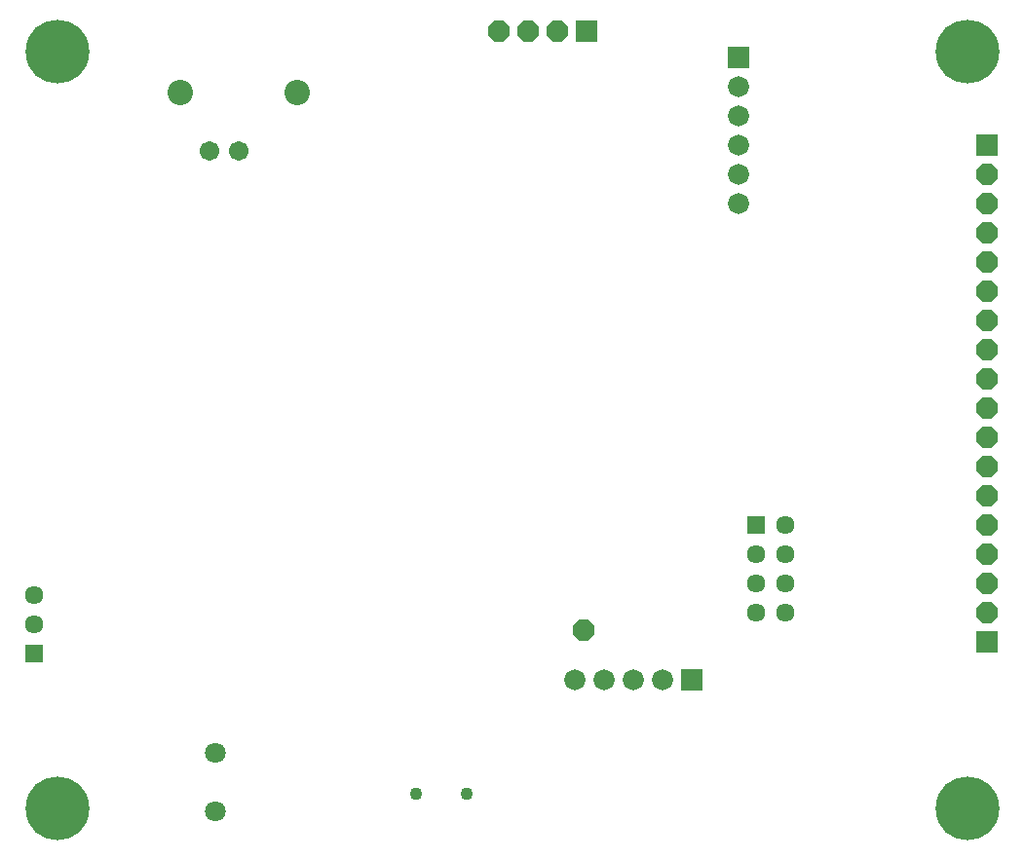
<source format=gbs>
G75*
G70*
%OFA0B0*%
%FSLAX24Y24*%
%IPPOS*%
%LPD*%
%AMOC8*
5,1,8,0,0,1.08239X$1,22.5*
%
%ADD10R,0.0720X0.0720*%
%ADD11C,0.0720*%
%ADD12OC8,0.0720*%
%ADD13C,0.0434*%
%ADD14C,0.2180*%
%ADD15R,0.0635X0.0635*%
%ADD16C,0.0635*%
%ADD17C,0.0867*%
%ADD18C,0.0674*%
%ADD19C,0.0710*%
D10*
X023361Y006626D03*
X033461Y007926D03*
X033461Y024926D03*
X024961Y027926D03*
X019761Y028826D03*
D11*
X024961Y026926D03*
X024961Y025926D03*
X024961Y024926D03*
X024961Y023926D03*
X024961Y022926D03*
X022361Y006626D03*
X021361Y006626D03*
X020361Y006626D03*
X019361Y006626D03*
D12*
X019661Y008326D03*
X033461Y008926D03*
X033461Y009926D03*
X033461Y010926D03*
X033461Y011926D03*
X033461Y012926D03*
X033461Y013926D03*
X033461Y014926D03*
X033461Y015926D03*
X033461Y016926D03*
X033461Y017926D03*
X033461Y018926D03*
X033461Y019926D03*
X033461Y020926D03*
X033461Y021926D03*
X033461Y022926D03*
X033461Y023926D03*
X018761Y028826D03*
X017761Y028826D03*
X016761Y028826D03*
D13*
X015677Y002726D03*
X013945Y002726D03*
D14*
X001661Y002226D03*
X032811Y002226D03*
X032811Y028126D03*
X001661Y028126D03*
D15*
X025561Y011926D03*
X000861Y007526D03*
D16*
X000861Y008526D03*
X000861Y009526D03*
X025561Y009926D03*
X025561Y010926D03*
X026561Y010926D03*
X026561Y009926D03*
X026561Y008926D03*
X025561Y008926D03*
X026561Y011926D03*
D17*
X009861Y026726D03*
X005861Y026726D03*
D18*
X006861Y024726D03*
X007861Y024726D03*
D19*
X007061Y004126D03*
X007061Y002126D03*
M02*

</source>
